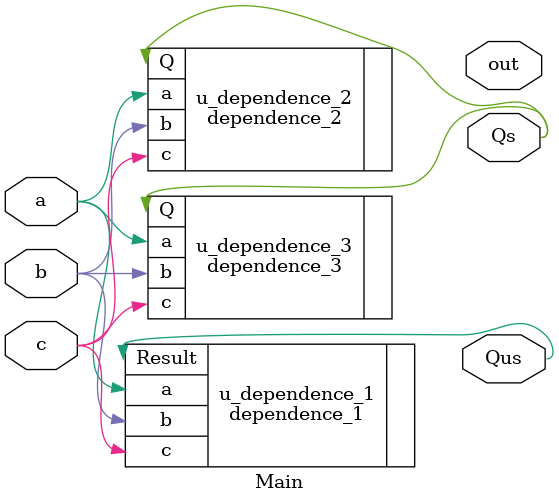
<source format=v>
/* 
 * EN: A simple demo to test search order of dependence
 *     current file -> macro include -> whole project
 *     expect dependence_1 from child_1.v (macro include)
 *     expect dependence_2 from child_2.v (whole project)
 *     cannot find dependence_3 `main
 */

`include "child_1.v"
`include "child_2.v"
`define main out

module Main (
    // Main input
    input a, b, c,
    // Main output
    output Qus, Qs, `main
);

dependence_1 u_dependence_1(
    .a(a),
    .b(b),
    .c(c),
    .Result(Qus)
);

dependence_2 u_dependence_2(
    .a(a),
    .b(b),
    .c(c),
    .Q(Qs)
);

dependence_3 u_dependence_3(
    .a(a),
    .b(b),
    .c(c),
    .Q(Qs)
);

endmodule


/* @wavedrom this is wavedrom demo1
{
    signal : [
        { name: "clk",  wave: "p......" },
        { name: "bus",  wave: "x.34.5x", data: "head body tail" },
        { name: "wire", wave: "0.1..0." }
    ]
}
*/


/* @wavedrom this is wavedrom demo2
{ 
    signal: [
    { name: "pclk", wave: "p......." },
    { name: "Pclk", wave: "P......." },
    { name: "nclk", wave: "n......." },
    { name: "Nclk", wave: "N......." },
    {},
    { name: "clk0", wave: "phnlPHNL" },
    { name: "clk1", wave: "xhlhLHl." },
    { name: "clk2", wave: "hpHplnLn" },
    { name: "clk3", wave: "nhNhplPl" },
    { name: "clk4", wave: "xlh.L.Hx" },
]}
*/
</source>
